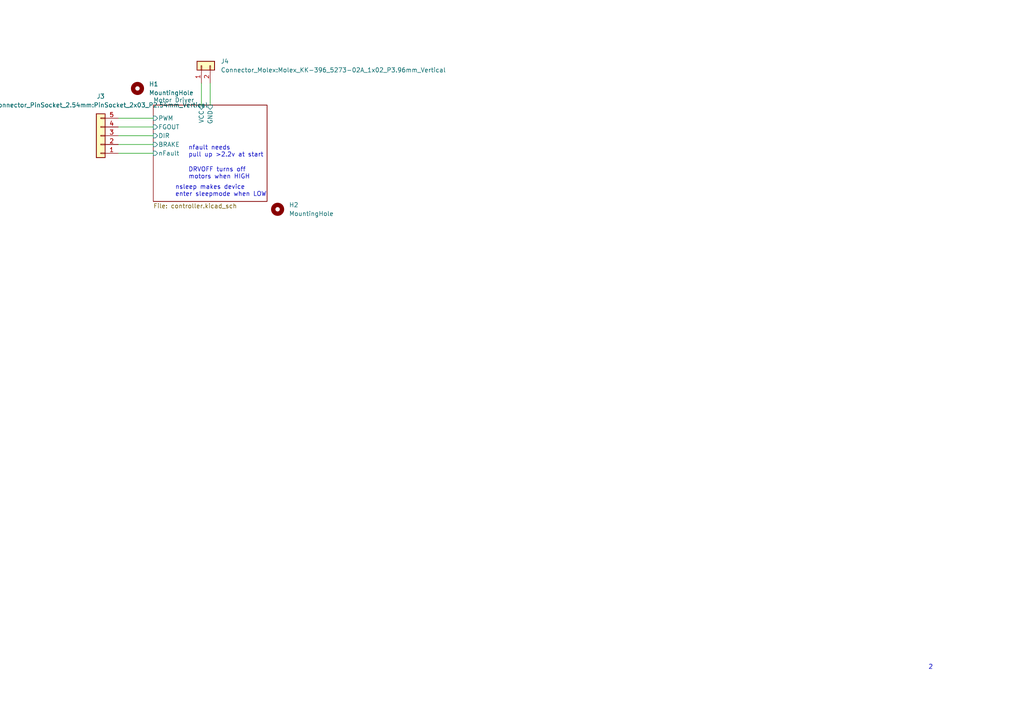
<source format=kicad_sch>
(kicad_sch (version 20230121) (generator eeschema)
  (paper "A4")
  (lib_symbols
    (symbol "Connector_Generic:Conn_01x02" (pin_names (offset 1.016) hide)
      (property "Reference" "J" (at 0 2.54 0))
      (property "Value" "Conn_01x02" (at 0 -5.08 0))
      (symbol "Conn_01x02_1_1"
        (rectangle (start -1.27 -2.413) (end 0 -2.667) (stroke (width 0.1524)))
        (rectangle (start -1.27 0.127) (end 0 -0.127) (stroke (width 0.1524)))
        (rectangle (start -1.27 1.27) (end 1.27 -3.81) (stroke (width 0.254)) (fill (type background)))
        (pin passive line (at -5.08 0 0) (length 3.81) (name "Pin_1") (number "1"))
        (pin passive line (at -5.08 -2.54 0) (length 3.81) (name "Pin_2") (number "2"))
      )
    )
    (symbol "Connector_Generic:Conn_01x05" (pin_names (offset 1.016) hide)
      (property "Reference" "J" (at 0 7.62 0))
      (property "Value" "Conn_01x05" (at 0 -7.62 0))
      (symbol "Conn_01x05_1_1"
        (rectangle (start -1.27 -4.953) (end 0 -5.207) (stroke (width 0.1524)))
        (rectangle (start -1.27 -2.413) (end 0 -2.667) (stroke (width 0.1524)))
        (rectangle (start -1.27 0.127) (end 0 -0.127) (stroke (width 0.1524)))
        (rectangle (start -1.27 2.667) (end 0 2.413) (stroke (width 0.1524)))
        (rectangle (start -1.27 5.207) (end 0 4.953) (stroke (width 0.1524)))
        (rectangle (start -1.27 6.35) (end 1.27 -6.35) (stroke (width 0.254)) (fill (type background)))
        (pin passive line (at -5.08 5.08 0) (length 3.81) (name "Pin_1") (number "1"))
        (pin passive line (at -5.08 2.54 0) (length 3.81) (name "Pin_2") (number "2"))
        (pin passive line (at -5.08 0 0) (length 3.81) (name "Pin_3") (number "3"))
        (pin passive line (at -5.08 -2.54 0) (length 3.81) (name "Pin_4") (number "4"))
        (pin passive line (at -5.08 -5.08 0) (length 3.81) (name "Pin_5") (number "5"))
      )
    )
    (symbol "Mechanical:MountingHole" (pin_names (offset 1.016))
      (property "Reference" "H" (at 0 5.08 0))
      (property "Value" "MountingHole" (at 0 3.175 0))
      (symbol "MountingHole_0_1"
        (circle (center 0 0) (radius 1.27) (stroke (width 1.27)))
      )
    )
  )
  (wire (pts (xy 60.96 24.13) (xy 60.96 30.48)))
  (wire (pts (xy 34.29 36.83) (xy 44.45 36.83)))
  (wire (pts (xy 34.29 34.29) (xy 44.45 34.29)))
  (wire (pts (xy 34.29 44.45) (xy 44.45 44.45)))
  (wire (pts (xy 58.42 24.13) (xy 58.42 30.48)))
  (wire (pts (xy 34.29 39.37) (xy 44.45 39.37)))
  (wire (pts (xy 34.29 41.91) (xy 44.45 41.91)))
  (text "nfault needs\npull up >2.2v at start" (at 54.61 45.72 0) (effects (font (size 1.27 1.27)) (justify left bottom)))
  (text "DRVOFF turns off \nmotors when HIGH" (at 54.61 52.07 0) (effects (font (size 1.27 1.27)) (justify left bottom)))
  (text "nsleep makes device \nenter sleepmode when LOW" (at 50.8 57.15 0) (effects (font (size 1.27 1.27)) (justify left bottom)))
  (text "2" (at 269.24 194.31 0) (effects (font (size 1.27 1.27)) (justify left bottom)))
  (symbol (lib_id "Mechanical:MountingHole") (at 39.878 25.654 0) (unit 1)
    (property "Reference" "H1" (at 43.18 24.384 0) (effects (justify left)))
    (property "Value" "MountingHole" (at 43.18 26.924 0) (effects (justify left)))
    (property "Footprint" "MountingHole:MountingHole_2.2mm_M2" (effects hide))
  )
  (symbol (lib_id "Mechanical:MountingHole") (at 80.518 60.706 0) (unit 1)
    (property "Reference" "H2" (at 83.82 59.436 0) (effects (justify left)))
    (property "Value" "MountingHole" (at 83.82 61.976 0) (effects (justify left)))
    (property "Footprint" "MountingHole:MountingHole_2.2mm_M2" (effects hide))
  )
  (symbol (lib_id "Connector_Generic:Conn_01x02") (at 58.42 19.05 90) (unit 1)
    (property "Reference" "J4" (at 64.008 17.78 90) (effects (justify right)))
    (property "Value" "Connector_Molex:Molex_KK-396_5273-02A_1x02_P3.96mm_Vertical" (at 64.008 20.32 90) (effects (justify right)))
    (property "Footprint" "Connector_Molex:Molex_KK-396_5273-02A_1x02_P3.96mm_Vertical" (effects hide))
  )
  (symbol (lib_id "Connector_Generic:Conn_01x05") (at 29.21 39.37 180) (unit 1)
    (property "Reference" "J3" (at 29.21 27.94 0))
    (property "Value" "Connector_PinSocket_2.54mm:PinSocket_2x03_P2.54mm_Vertical" (at 29.21 30.48 0))
    (property "Footprint" "Connector_PinSocket_2.54mm:PinSocket_2x03_P2.54mm_Vertical" (effects hide))
  )
  (sheet (at 44.45 30.48) (size 33.02 27.94) (stroke (width 0.1524))
    (property "Sheetname" "Motor Driver" (at 44.45 29.7684 0) (effects (justify left bottom)))
    (property "Sheetfile" "controller.kicad_sch" (at 44.45 59.0046 0) (effects (justify left top)))
    (pin "FGOUT" input (at 44.45 36.83 180))
    (pin "DIR" input (at 44.45 39.37 180))
    (pin "PWM" input (at 44.45 34.29 180))
    (pin "BRAKE" input (at 44.45 41.91 180))
    (pin "VCC" input (at 58.42 30.48 90))
    (pin "GND" input (at 60.96 30.48 90))
    (pin "nFault" input (at 44.45 44.45 180))
  )
)
</source>
